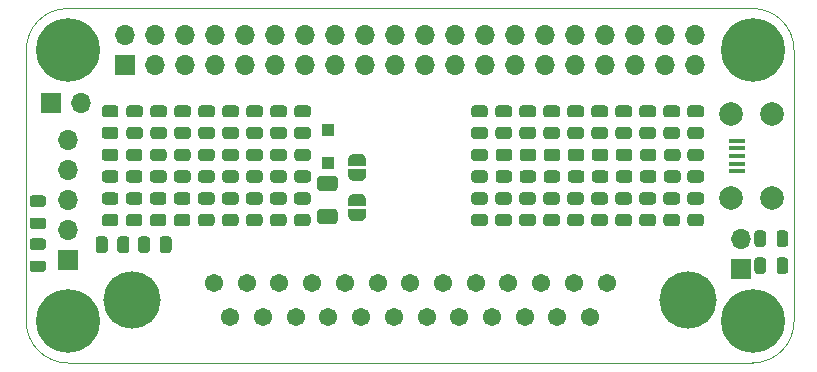
<source format=gbr>
%TF.GenerationSoftware,KiCad,Pcbnew,(5.1.9-16-g1737927814)-1*%
%TF.CreationDate,2021-11-14T21:42:26-06:00*%
%TF.ProjectId,rascsi_zero,72617363-7369-45f7-9a65-726f2e6b6963,rev?*%
%TF.SameCoordinates,PX59d60c0PY325aa00*%
%TF.FileFunction,Soldermask,Top*%
%TF.FilePolarity,Negative*%
%FSLAX46Y46*%
G04 Gerber Fmt 4.6, Leading zero omitted, Abs format (unit mm)*
G04 Created by KiCad (PCBNEW (5.1.9-16-g1737927814)-1) date 2021-11-14 21:42:26*
%MOMM*%
%LPD*%
G01*
G04 APERTURE LIST*
%TA.AperFunction,Profile*%
%ADD10C,0.050000*%
%TD*%
%ADD11C,2.000000*%
%ADD12R,1.400000X0.400000*%
%ADD13C,5.400000*%
%ADD14O,1.700000X1.700000*%
%ADD15R,1.700000X1.700000*%
%ADD16C,4.845000*%
%ADD17C,1.545000*%
%ADD18C,0.150000*%
%ADD19R,1.100000X1.100000*%
G04 APERTURE END LIST*
D10*
X83800000Y-19700000D02*
X141800000Y-19700000D01*
X83800000Y-19700000D02*
G75*
G02*
X80300000Y-16200000I0J3500000D01*
G01*
X145300000Y-16200000D02*
G75*
G02*
X141800000Y-19700000I-3500000J0D01*
G01*
X80300000Y6800000D02*
X80300000Y-16200000D01*
X145300000Y6800000D02*
X145300000Y-16200000D01*
X83800000Y10300000D02*
X141800000Y10300000D01*
X80300000Y6800000D02*
G75*
G02*
X83800000Y10300000I3500000J0D01*
G01*
X141800000Y10300000D02*
G75*
G02*
X145300000Y6800000I0J-3500000D01*
G01*
%TO.C,R14*%
G36*
G01*
X137425201Y1075280D02*
X136525199Y1075280D01*
G75*
G02*
X136275200Y1325279I0J249999D01*
G01*
X136275200Y1850281D01*
G75*
G02*
X136525199Y2100280I249999J0D01*
G01*
X137425201Y2100280D01*
G75*
G02*
X137675200Y1850281I0J-249999D01*
G01*
X137675200Y1325279D01*
G75*
G02*
X137425201Y1075280I-249999J0D01*
G01*
G37*
G36*
G01*
X137425201Y-749720D02*
X136525199Y-749720D01*
G75*
G02*
X136275200Y-499721I0J249999D01*
G01*
X136275200Y25281D01*
G75*
G02*
X136525199Y275280I249999J0D01*
G01*
X137425201Y275280D01*
G75*
G02*
X137675200Y25281I0J-249999D01*
G01*
X137675200Y-499721D01*
G75*
G02*
X137425201Y-749720I-249999J0D01*
G01*
G37*
%TD*%
D11*
%TO.C,J3*%
X139950000Y-5775000D03*
X139950000Y1375000D03*
X143400000Y1375000D03*
X143400000Y-5775000D03*
D12*
X140450000Y-900000D03*
X140450000Y-1550000D03*
X140450000Y-2200000D03*
X140450000Y-2850000D03*
X140450000Y-3500000D03*
%TD*%
D13*
%TO.C,H4*%
X141800000Y-16200000D03*
%TD*%
%TO.C,H3*%
X83800000Y-16200000D03*
%TD*%
%TO.C,H2*%
X141800000Y6800000D03*
%TD*%
%TO.C,H1*%
X83800000Y6800000D03*
%TD*%
D14*
%TO.C,J2*%
X140836000Y-9192000D03*
D15*
X140836000Y-11732000D03*
%TD*%
D14*
%TO.C,J1*%
X136930000Y8070000D03*
X136930000Y5530000D03*
X134390000Y8070000D03*
X134390000Y5530000D03*
X131850000Y8070000D03*
X131850000Y5530000D03*
X129310000Y8070000D03*
X129310000Y5530000D03*
X126770000Y8070000D03*
X126770000Y5530000D03*
X124230000Y8070000D03*
X124230000Y5530000D03*
X121690000Y8070000D03*
X121690000Y5530000D03*
X119150000Y8070000D03*
X119150000Y5530000D03*
X116610000Y8070000D03*
X116610000Y5530000D03*
X114070000Y8070000D03*
X114070000Y5530000D03*
X111530000Y8070000D03*
X111530000Y5530000D03*
X108990000Y8070000D03*
X108990000Y5530000D03*
X106450000Y8070000D03*
X106450000Y5530000D03*
X103910000Y8070000D03*
X103910000Y5530000D03*
X101370000Y8070000D03*
X101370000Y5530000D03*
X98830000Y8070000D03*
X98830000Y5530000D03*
X96290000Y8070000D03*
X96290000Y5530000D03*
X93750000Y8070000D03*
X93750000Y5530000D03*
X91210000Y8070000D03*
X91210000Y5530000D03*
X88670000Y8070000D03*
D15*
X88670000Y5530000D03*
%TD*%
%TO.C,R59*%
G36*
G01*
X118222223Y-7103560D02*
X119122225Y-7103560D01*
G75*
G02*
X119372224Y-7353559I0J-249999D01*
G01*
X119372224Y-7878561D01*
G75*
G02*
X119122225Y-8128560I-249999J0D01*
G01*
X118222223Y-8128560D01*
G75*
G02*
X117972224Y-7878561I0J249999D01*
G01*
X117972224Y-7353559D01*
G75*
G02*
X118222223Y-7103560I249999J0D01*
G01*
G37*
G36*
G01*
X118222223Y-5278560D02*
X119122225Y-5278560D01*
G75*
G02*
X119372224Y-5528559I0J-249999D01*
G01*
X119372224Y-6053561D01*
G75*
G02*
X119122225Y-6303560I-249999J0D01*
G01*
X118222223Y-6303560D01*
G75*
G02*
X117972224Y-6053561I0J249999D01*
G01*
X117972224Y-5528559D01*
G75*
G02*
X118222223Y-5278560I249999J0D01*
G01*
G37*
%TD*%
D16*
%TO.C,J6*%
X89286320Y-14371200D03*
X136326320Y-14371200D03*
D17*
X97571320Y-15791200D03*
X100341320Y-15791200D03*
X103111320Y-15791200D03*
X105881320Y-15791200D03*
X108651320Y-15791200D03*
X111421320Y-15791200D03*
X114191320Y-15791200D03*
X116961320Y-15791200D03*
X119731320Y-15791200D03*
X122501320Y-15791200D03*
X125271320Y-15791200D03*
X128041320Y-15791200D03*
X96186320Y-12951200D03*
X98956320Y-12951200D03*
X101726320Y-12951200D03*
X104496320Y-12951200D03*
X107266320Y-12951200D03*
X110036320Y-12951200D03*
X112806320Y-12951200D03*
X115576320Y-12951200D03*
X118346320Y-12951200D03*
X121116320Y-12951200D03*
X123886320Y-12951200D03*
X126656320Y-12951200D03*
X129426320Y-12951200D03*
%TD*%
D18*
%TO.C,JP2*%
G36*
X107560000Y-3000000D02*
G01*
X107560000Y-2500000D01*
X107560602Y-2500000D01*
X107560602Y-2475466D01*
X107565412Y-2426635D01*
X107574984Y-2378510D01*
X107589228Y-2331555D01*
X107608005Y-2286222D01*
X107631136Y-2242949D01*
X107658396Y-2202150D01*
X107689524Y-2164221D01*
X107724221Y-2129524D01*
X107762150Y-2098396D01*
X107802949Y-2071136D01*
X107846222Y-2048005D01*
X107891555Y-2029228D01*
X107938510Y-2014984D01*
X107986635Y-2005412D01*
X108035466Y-2000602D01*
X108060000Y-2000602D01*
X108060000Y-2000000D01*
X108560000Y-2000000D01*
X108560000Y-2000602D01*
X108584534Y-2000602D01*
X108633365Y-2005412D01*
X108681490Y-2014984D01*
X108728445Y-2029228D01*
X108773778Y-2048005D01*
X108817051Y-2071136D01*
X108857850Y-2098396D01*
X108895779Y-2129524D01*
X108930476Y-2164221D01*
X108961604Y-2202150D01*
X108988864Y-2242949D01*
X109011995Y-2286222D01*
X109030772Y-2331555D01*
X109045016Y-2378510D01*
X109054588Y-2426635D01*
X109059398Y-2475466D01*
X109059398Y-2500000D01*
X109060000Y-2500000D01*
X109060000Y-3000000D01*
X107560000Y-3000000D01*
G37*
G36*
X109059398Y-3800000D02*
G01*
X109059398Y-3824534D01*
X109054588Y-3873365D01*
X109045016Y-3921490D01*
X109030772Y-3968445D01*
X109011995Y-4013778D01*
X108988864Y-4057051D01*
X108961604Y-4097850D01*
X108930476Y-4135779D01*
X108895779Y-4170476D01*
X108857850Y-4201604D01*
X108817051Y-4228864D01*
X108773778Y-4251995D01*
X108728445Y-4270772D01*
X108681490Y-4285016D01*
X108633365Y-4294588D01*
X108584534Y-4299398D01*
X108560000Y-4299398D01*
X108560000Y-4300000D01*
X108060000Y-4300000D01*
X108060000Y-4299398D01*
X108035466Y-4299398D01*
X107986635Y-4294588D01*
X107938510Y-4285016D01*
X107891555Y-4270772D01*
X107846222Y-4251995D01*
X107802949Y-4228864D01*
X107762150Y-4201604D01*
X107724221Y-4170476D01*
X107689524Y-4135779D01*
X107658396Y-4097850D01*
X107631136Y-4057051D01*
X107608005Y-4013778D01*
X107589228Y-3968445D01*
X107574984Y-3921490D01*
X107565412Y-3873365D01*
X107560602Y-3824534D01*
X107560602Y-3800000D01*
X107560000Y-3800000D01*
X107560000Y-3300000D01*
X109060000Y-3300000D01*
X109060000Y-3800000D01*
X109059398Y-3800000D01*
G37*
%TD*%
%TO.C,JP1*%
G36*
X107560000Y-6400400D02*
G01*
X107560000Y-5900400D01*
X107560602Y-5900400D01*
X107560602Y-5875866D01*
X107565412Y-5827035D01*
X107574984Y-5778910D01*
X107589228Y-5731955D01*
X107608005Y-5686622D01*
X107631136Y-5643349D01*
X107658396Y-5602550D01*
X107689524Y-5564621D01*
X107724221Y-5529924D01*
X107762150Y-5498796D01*
X107802949Y-5471536D01*
X107846222Y-5448405D01*
X107891555Y-5429628D01*
X107938510Y-5415384D01*
X107986635Y-5405812D01*
X108035466Y-5401002D01*
X108060000Y-5401002D01*
X108060000Y-5400400D01*
X108560000Y-5400400D01*
X108560000Y-5401002D01*
X108584534Y-5401002D01*
X108633365Y-5405812D01*
X108681490Y-5415384D01*
X108728445Y-5429628D01*
X108773778Y-5448405D01*
X108817051Y-5471536D01*
X108857850Y-5498796D01*
X108895779Y-5529924D01*
X108930476Y-5564621D01*
X108961604Y-5602550D01*
X108988864Y-5643349D01*
X109011995Y-5686622D01*
X109030772Y-5731955D01*
X109045016Y-5778910D01*
X109054588Y-5827035D01*
X109059398Y-5875866D01*
X109059398Y-5900400D01*
X109060000Y-5900400D01*
X109060000Y-6400400D01*
X107560000Y-6400400D01*
G37*
G36*
X109059398Y-7200400D02*
G01*
X109059398Y-7224934D01*
X109054588Y-7273765D01*
X109045016Y-7321890D01*
X109030772Y-7368845D01*
X109011995Y-7414178D01*
X108988864Y-7457451D01*
X108961604Y-7498250D01*
X108930476Y-7536179D01*
X108895779Y-7570876D01*
X108857850Y-7602004D01*
X108817051Y-7629264D01*
X108773778Y-7652395D01*
X108728445Y-7671172D01*
X108681490Y-7685416D01*
X108633365Y-7694988D01*
X108584534Y-7699798D01*
X108560000Y-7699798D01*
X108560000Y-7700400D01*
X108060000Y-7700400D01*
X108060000Y-7699798D01*
X108035466Y-7699798D01*
X107986635Y-7694988D01*
X107938510Y-7685416D01*
X107891555Y-7671172D01*
X107846222Y-7652395D01*
X107802949Y-7629264D01*
X107762150Y-7602004D01*
X107724221Y-7570876D01*
X107689524Y-7536179D01*
X107658396Y-7498250D01*
X107631136Y-7457451D01*
X107608005Y-7414178D01*
X107589228Y-7368845D01*
X107574984Y-7321890D01*
X107565412Y-7273765D01*
X107560602Y-7224934D01*
X107560602Y-7200400D01*
X107560000Y-7200400D01*
X107560000Y-6700400D01*
X109060000Y-6700400D01*
X109060000Y-7200400D01*
X109059398Y-7200400D01*
G37*
%TD*%
%TO.C,R58*%
G36*
G01*
X120285279Y-3414140D02*
X121185281Y-3414140D01*
G75*
G02*
X121435280Y-3664139I0J-249999D01*
G01*
X121435280Y-4189141D01*
G75*
G02*
X121185281Y-4439140I-249999J0D01*
G01*
X120285279Y-4439140D01*
G75*
G02*
X120035280Y-4189141I0J249999D01*
G01*
X120035280Y-3664139D01*
G75*
G02*
X120285279Y-3414140I249999J0D01*
G01*
G37*
G36*
G01*
X120285279Y-1589140D02*
X121185281Y-1589140D01*
G75*
G02*
X121435280Y-1839139I0J-249999D01*
G01*
X121435280Y-2364141D01*
G75*
G02*
X121185281Y-2614140I-249999J0D01*
G01*
X120285279Y-2614140D01*
G75*
G02*
X120035280Y-2364141I0J249999D01*
G01*
X120035280Y-1839139D01*
G75*
G02*
X120285279Y-1589140I249999J0D01*
G01*
G37*
%TD*%
%TO.C,R57*%
G36*
G01*
X122322209Y-3414140D02*
X123222211Y-3414140D01*
G75*
G02*
X123472210Y-3664139I0J-249999D01*
G01*
X123472210Y-4189141D01*
G75*
G02*
X123222211Y-4439140I-249999J0D01*
G01*
X122322209Y-4439140D01*
G75*
G02*
X122072210Y-4189141I0J249999D01*
G01*
X122072210Y-3664139D01*
G75*
G02*
X122322209Y-3414140I249999J0D01*
G01*
G37*
G36*
G01*
X122322209Y-1589140D02*
X123222211Y-1589140D01*
G75*
G02*
X123472210Y-1839139I0J-249999D01*
G01*
X123472210Y-2364141D01*
G75*
G02*
X123222211Y-2614140I-249999J0D01*
G01*
X122322209Y-2614140D01*
G75*
G02*
X122072210Y-2364141I0J249999D01*
G01*
X122072210Y-1839139D01*
G75*
G02*
X122322209Y-1589140I249999J0D01*
G01*
G37*
%TD*%
%TO.C,R56*%
G36*
G01*
X124359139Y-3414140D02*
X125259141Y-3414140D01*
G75*
G02*
X125509140Y-3664139I0J-249999D01*
G01*
X125509140Y-4189141D01*
G75*
G02*
X125259141Y-4439140I-249999J0D01*
G01*
X124359139Y-4439140D01*
G75*
G02*
X124109140Y-4189141I0J249999D01*
G01*
X124109140Y-3664139D01*
G75*
G02*
X124359139Y-3414140I249999J0D01*
G01*
G37*
G36*
G01*
X124359139Y-1589140D02*
X125259141Y-1589140D01*
G75*
G02*
X125509140Y-1839139I0J-249999D01*
G01*
X125509140Y-2364141D01*
G75*
G02*
X125259141Y-2614140I-249999J0D01*
G01*
X124359139Y-2614140D01*
G75*
G02*
X124109140Y-2364141I0J249999D01*
G01*
X124109140Y-1839139D01*
G75*
G02*
X124359139Y-1589140I249999J0D01*
G01*
G37*
%TD*%
%TO.C,R55*%
G36*
G01*
X126396069Y-3414140D02*
X127296071Y-3414140D01*
G75*
G02*
X127546070Y-3664139I0J-249999D01*
G01*
X127546070Y-4189141D01*
G75*
G02*
X127296071Y-4439140I-249999J0D01*
G01*
X126396069Y-4439140D01*
G75*
G02*
X126146070Y-4189141I0J249999D01*
G01*
X126146070Y-3664139D01*
G75*
G02*
X126396069Y-3414140I249999J0D01*
G01*
G37*
G36*
G01*
X126396069Y-1589140D02*
X127296071Y-1589140D01*
G75*
G02*
X127546070Y-1839139I0J-249999D01*
G01*
X127546070Y-2364141D01*
G75*
G02*
X127296071Y-2614140I-249999J0D01*
G01*
X126396069Y-2614140D01*
G75*
G02*
X126146070Y-2364141I0J249999D01*
G01*
X126146070Y-1839139D01*
G75*
G02*
X126396069Y-1589140I249999J0D01*
G01*
G37*
%TD*%
%TO.C,R54*%
G36*
G01*
X128432999Y-3414140D02*
X129333001Y-3414140D01*
G75*
G02*
X129583000Y-3664139I0J-249999D01*
G01*
X129583000Y-4189141D01*
G75*
G02*
X129333001Y-4439140I-249999J0D01*
G01*
X128432999Y-4439140D01*
G75*
G02*
X128183000Y-4189141I0J249999D01*
G01*
X128183000Y-3664139D01*
G75*
G02*
X128432999Y-3414140I249999J0D01*
G01*
G37*
G36*
G01*
X128432999Y-1589140D02*
X129333001Y-1589140D01*
G75*
G02*
X129583000Y-1839139I0J-249999D01*
G01*
X129583000Y-2364141D01*
G75*
G02*
X129333001Y-2614140I-249999J0D01*
G01*
X128432999Y-2614140D01*
G75*
G02*
X128183000Y-2364141I0J249999D01*
G01*
X128183000Y-1839139D01*
G75*
G02*
X128432999Y-1589140I249999J0D01*
G01*
G37*
%TD*%
%TO.C,R53*%
G36*
G01*
X130469929Y-3414140D02*
X131369931Y-3414140D01*
G75*
G02*
X131619930Y-3664139I0J-249999D01*
G01*
X131619930Y-4189141D01*
G75*
G02*
X131369931Y-4439140I-249999J0D01*
G01*
X130469929Y-4439140D01*
G75*
G02*
X130219930Y-4189141I0J249999D01*
G01*
X130219930Y-3664139D01*
G75*
G02*
X130469929Y-3414140I249999J0D01*
G01*
G37*
G36*
G01*
X130469929Y-1589140D02*
X131369931Y-1589140D01*
G75*
G02*
X131619930Y-1839139I0J-249999D01*
G01*
X131619930Y-2364141D01*
G75*
G02*
X131369931Y-2614140I-249999J0D01*
G01*
X130469929Y-2614140D01*
G75*
G02*
X130219930Y-2364141I0J249999D01*
G01*
X130219930Y-1839139D01*
G75*
G02*
X130469929Y-1589140I249999J0D01*
G01*
G37*
%TD*%
%TO.C,R52*%
G36*
G01*
X132506859Y-3414140D02*
X133406861Y-3414140D01*
G75*
G02*
X133656860Y-3664139I0J-249999D01*
G01*
X133656860Y-4189141D01*
G75*
G02*
X133406861Y-4439140I-249999J0D01*
G01*
X132506859Y-4439140D01*
G75*
G02*
X132256860Y-4189141I0J249999D01*
G01*
X132256860Y-3664139D01*
G75*
G02*
X132506859Y-3414140I249999J0D01*
G01*
G37*
G36*
G01*
X132506859Y-1589140D02*
X133406861Y-1589140D01*
G75*
G02*
X133656860Y-1839139I0J-249999D01*
G01*
X133656860Y-2364141D01*
G75*
G02*
X133406861Y-2614140I-249999J0D01*
G01*
X132506859Y-2614140D01*
G75*
G02*
X132256860Y-2364141I0J249999D01*
G01*
X132256860Y-1839139D01*
G75*
G02*
X132506859Y-1589140I249999J0D01*
G01*
G37*
%TD*%
%TO.C,R51*%
G36*
G01*
X134543789Y-3414140D02*
X135443791Y-3414140D01*
G75*
G02*
X135693790Y-3664139I0J-249999D01*
G01*
X135693790Y-4189141D01*
G75*
G02*
X135443791Y-4439140I-249999J0D01*
G01*
X134543789Y-4439140D01*
G75*
G02*
X134293790Y-4189141I0J249999D01*
G01*
X134293790Y-3664139D01*
G75*
G02*
X134543789Y-3414140I249999J0D01*
G01*
G37*
G36*
G01*
X134543789Y-1589140D02*
X135443791Y-1589140D01*
G75*
G02*
X135693790Y-1839139I0J-249999D01*
G01*
X135693790Y-2364141D01*
G75*
G02*
X135443791Y-2614140I-249999J0D01*
G01*
X134543789Y-2614140D01*
G75*
G02*
X134293790Y-2364141I0J249999D01*
G01*
X134293790Y-1839139D01*
G75*
G02*
X134543789Y-1589140I249999J0D01*
G01*
G37*
%TD*%
%TO.C,R50*%
G36*
G01*
X136525199Y-3414140D02*
X137425201Y-3414140D01*
G75*
G02*
X137675200Y-3664139I0J-249999D01*
G01*
X137675200Y-4189141D01*
G75*
G02*
X137425201Y-4439140I-249999J0D01*
G01*
X136525199Y-4439140D01*
G75*
G02*
X136275200Y-4189141I0J249999D01*
G01*
X136275200Y-3664139D01*
G75*
G02*
X136525199Y-3414140I249999J0D01*
G01*
G37*
G36*
G01*
X136525199Y-1589140D02*
X137425201Y-1589140D01*
G75*
G02*
X137675200Y-1839139I0J-249999D01*
G01*
X137675200Y-2364141D01*
G75*
G02*
X137425201Y-2614140I-249999J0D01*
G01*
X136525199Y-2614140D01*
G75*
G02*
X136275200Y-2364141I0J249999D01*
G01*
X136275200Y-1839139D01*
G75*
G02*
X136525199Y-1589140I249999J0D01*
G01*
G37*
%TD*%
%TO.C,R49*%
G36*
G01*
X95099389Y-3414140D02*
X95999391Y-3414140D01*
G75*
G02*
X96249390Y-3664139I0J-249999D01*
G01*
X96249390Y-4189141D01*
G75*
G02*
X95999391Y-4439140I-249999J0D01*
G01*
X95099389Y-4439140D01*
G75*
G02*
X94849390Y-4189141I0J249999D01*
G01*
X94849390Y-3664139D01*
G75*
G02*
X95099389Y-3414140I249999J0D01*
G01*
G37*
G36*
G01*
X95099389Y-1589140D02*
X95999391Y-1589140D01*
G75*
G02*
X96249390Y-1839139I0J-249999D01*
G01*
X96249390Y-2364141D01*
G75*
G02*
X95999391Y-2614140I-249999J0D01*
G01*
X95099389Y-2614140D01*
G75*
G02*
X94849390Y-2364141I0J249999D01*
G01*
X94849390Y-1839139D01*
G75*
G02*
X95099389Y-1589140I249999J0D01*
G01*
G37*
%TD*%
%TO.C,R48*%
G36*
G01*
X97136319Y-3414140D02*
X98036321Y-3414140D01*
G75*
G02*
X98286320Y-3664139I0J-249999D01*
G01*
X98286320Y-4189141D01*
G75*
G02*
X98036321Y-4439140I-249999J0D01*
G01*
X97136319Y-4439140D01*
G75*
G02*
X96886320Y-4189141I0J249999D01*
G01*
X96886320Y-3664139D01*
G75*
G02*
X97136319Y-3414140I249999J0D01*
G01*
G37*
G36*
G01*
X97136319Y-1589140D02*
X98036321Y-1589140D01*
G75*
G02*
X98286320Y-1839139I0J-249999D01*
G01*
X98286320Y-2364141D01*
G75*
G02*
X98036321Y-2614140I-249999J0D01*
G01*
X97136319Y-2614140D01*
G75*
G02*
X96886320Y-2364141I0J249999D01*
G01*
X96886320Y-1839139D01*
G75*
G02*
X97136319Y-1589140I249999J0D01*
G01*
G37*
%TD*%
%TO.C,R47*%
G36*
G01*
X99173249Y-3414140D02*
X100073251Y-3414140D01*
G75*
G02*
X100323250Y-3664139I0J-249999D01*
G01*
X100323250Y-4189141D01*
G75*
G02*
X100073251Y-4439140I-249999J0D01*
G01*
X99173249Y-4439140D01*
G75*
G02*
X98923250Y-4189141I0J249999D01*
G01*
X98923250Y-3664139D01*
G75*
G02*
X99173249Y-3414140I249999J0D01*
G01*
G37*
G36*
G01*
X99173249Y-1589140D02*
X100073251Y-1589140D01*
G75*
G02*
X100323250Y-1839139I0J-249999D01*
G01*
X100323250Y-2364141D01*
G75*
G02*
X100073251Y-2614140I-249999J0D01*
G01*
X99173249Y-2614140D01*
G75*
G02*
X98923250Y-2364141I0J249999D01*
G01*
X98923250Y-1839139D01*
G75*
G02*
X99173249Y-1589140I249999J0D01*
G01*
G37*
%TD*%
%TO.C,R46*%
G36*
G01*
X101210179Y-3414140D02*
X102110181Y-3414140D01*
G75*
G02*
X102360180Y-3664139I0J-249999D01*
G01*
X102360180Y-4189141D01*
G75*
G02*
X102110181Y-4439140I-249999J0D01*
G01*
X101210179Y-4439140D01*
G75*
G02*
X100960180Y-4189141I0J249999D01*
G01*
X100960180Y-3664139D01*
G75*
G02*
X101210179Y-3414140I249999J0D01*
G01*
G37*
G36*
G01*
X101210179Y-1589140D02*
X102110181Y-1589140D01*
G75*
G02*
X102360180Y-1839139I0J-249999D01*
G01*
X102360180Y-2364141D01*
G75*
G02*
X102110181Y-2614140I-249999J0D01*
G01*
X101210179Y-2614140D01*
G75*
G02*
X100960180Y-2364141I0J249999D01*
G01*
X100960180Y-1839139D01*
G75*
G02*
X101210179Y-1589140I249999J0D01*
G01*
G37*
%TD*%
%TO.C,R45*%
G36*
G01*
X103247109Y-3414140D02*
X104147111Y-3414140D01*
G75*
G02*
X104397110Y-3664139I0J-249999D01*
G01*
X104397110Y-4189141D01*
G75*
G02*
X104147111Y-4439140I-249999J0D01*
G01*
X103247109Y-4439140D01*
G75*
G02*
X102997110Y-4189141I0J249999D01*
G01*
X102997110Y-3664139D01*
G75*
G02*
X103247109Y-3414140I249999J0D01*
G01*
G37*
G36*
G01*
X103247109Y-1589140D02*
X104147111Y-1589140D01*
G75*
G02*
X104397110Y-1839139I0J-249999D01*
G01*
X104397110Y-2364141D01*
G75*
G02*
X104147111Y-2614140I-249999J0D01*
G01*
X103247109Y-2614140D01*
G75*
G02*
X102997110Y-2364141I0J249999D01*
G01*
X102997110Y-1839139D01*
G75*
G02*
X103247109Y-1589140I249999J0D01*
G01*
G37*
%TD*%
%TO.C,R44*%
G36*
G01*
X86951659Y-3414140D02*
X87851661Y-3414140D01*
G75*
G02*
X88101660Y-3664139I0J-249999D01*
G01*
X88101660Y-4189141D01*
G75*
G02*
X87851661Y-4439140I-249999J0D01*
G01*
X86951659Y-4439140D01*
G75*
G02*
X86701660Y-4189141I0J249999D01*
G01*
X86701660Y-3664139D01*
G75*
G02*
X86951659Y-3414140I249999J0D01*
G01*
G37*
G36*
G01*
X86951659Y-1589140D02*
X87851661Y-1589140D01*
G75*
G02*
X88101660Y-1839139I0J-249999D01*
G01*
X88101660Y-2364141D01*
G75*
G02*
X87851661Y-2614140I-249999J0D01*
G01*
X86951659Y-2614140D01*
G75*
G02*
X86701660Y-2364141I0J249999D01*
G01*
X86701660Y-1839139D01*
G75*
G02*
X86951659Y-1589140I249999J0D01*
G01*
G37*
%TD*%
%TO.C,R43*%
G36*
G01*
X88988599Y-3414140D02*
X89888601Y-3414140D01*
G75*
G02*
X90138600Y-3664139I0J-249999D01*
G01*
X90138600Y-4189141D01*
G75*
G02*
X89888601Y-4439140I-249999J0D01*
G01*
X88988599Y-4439140D01*
G75*
G02*
X88738600Y-4189141I0J249999D01*
G01*
X88738600Y-3664139D01*
G75*
G02*
X88988599Y-3414140I249999J0D01*
G01*
G37*
G36*
G01*
X88988599Y-1589140D02*
X89888601Y-1589140D01*
G75*
G02*
X90138600Y-1839139I0J-249999D01*
G01*
X90138600Y-2364141D01*
G75*
G02*
X89888601Y-2614140I-249999J0D01*
G01*
X88988599Y-2614140D01*
G75*
G02*
X88738600Y-2364141I0J249999D01*
G01*
X88738600Y-1839139D01*
G75*
G02*
X88988599Y-1589140I249999J0D01*
G01*
G37*
%TD*%
%TO.C,R42*%
G36*
G01*
X91025529Y-3414140D02*
X91925531Y-3414140D01*
G75*
G02*
X92175530Y-3664139I0J-249999D01*
G01*
X92175530Y-4189141D01*
G75*
G02*
X91925531Y-4439140I-249999J0D01*
G01*
X91025529Y-4439140D01*
G75*
G02*
X90775530Y-4189141I0J249999D01*
G01*
X90775530Y-3664139D01*
G75*
G02*
X91025529Y-3414140I249999J0D01*
G01*
G37*
G36*
G01*
X91025529Y-1589140D02*
X91925531Y-1589140D01*
G75*
G02*
X92175530Y-1839139I0J-249999D01*
G01*
X92175530Y-2364141D01*
G75*
G02*
X91925531Y-2614140I-249999J0D01*
G01*
X91025529Y-2614140D01*
G75*
G02*
X90775530Y-2364141I0J249999D01*
G01*
X90775530Y-1839139D01*
G75*
G02*
X91025529Y-1589140I249999J0D01*
G01*
G37*
%TD*%
%TO.C,R41*%
G36*
G01*
X93062459Y-3414140D02*
X93962461Y-3414140D01*
G75*
G02*
X94212460Y-3664139I0J-249999D01*
G01*
X94212460Y-4189141D01*
G75*
G02*
X93962461Y-4439140I-249999J0D01*
G01*
X93062459Y-4439140D01*
G75*
G02*
X92812460Y-4189141I0J249999D01*
G01*
X92812460Y-3664139D01*
G75*
G02*
X93062459Y-3414140I249999J0D01*
G01*
G37*
G36*
G01*
X93062459Y-1589140D02*
X93962461Y-1589140D01*
G75*
G02*
X94212460Y-1839139I0J-249999D01*
G01*
X94212460Y-2364141D01*
G75*
G02*
X93962461Y-2614140I-249999J0D01*
G01*
X93062459Y-2614140D01*
G75*
G02*
X92812460Y-2364141I0J249999D01*
G01*
X92812460Y-1839139D01*
G75*
G02*
X93062459Y-1589140I249999J0D01*
G01*
G37*
%TD*%
%TO.C,R40*%
G36*
G01*
X121155889Y-6303560D02*
X120255887Y-6303560D01*
G75*
G02*
X120005888Y-6053561I0J249999D01*
G01*
X120005888Y-5528559D01*
G75*
G02*
X120255887Y-5278560I249999J0D01*
G01*
X121155889Y-5278560D01*
G75*
G02*
X121405888Y-5528559I0J-249999D01*
G01*
X121405888Y-6053561D01*
G75*
G02*
X121155889Y-6303560I-249999J0D01*
G01*
G37*
G36*
G01*
X121155889Y-8128560D02*
X120255887Y-8128560D01*
G75*
G02*
X120005888Y-7878561I0J249999D01*
G01*
X120005888Y-7353559D01*
G75*
G02*
X120255887Y-7103560I249999J0D01*
G01*
X121155889Y-7103560D01*
G75*
G02*
X121405888Y-7353559I0J-249999D01*
G01*
X121405888Y-7878561D01*
G75*
G02*
X121155889Y-8128560I-249999J0D01*
G01*
G37*
%TD*%
%TO.C,R39*%
G36*
G01*
X123189553Y-6303560D02*
X122289551Y-6303560D01*
G75*
G02*
X122039552Y-6053561I0J249999D01*
G01*
X122039552Y-5528559D01*
G75*
G02*
X122289551Y-5278560I249999J0D01*
G01*
X123189553Y-5278560D01*
G75*
G02*
X123439552Y-5528559I0J-249999D01*
G01*
X123439552Y-6053561D01*
G75*
G02*
X123189553Y-6303560I-249999J0D01*
G01*
G37*
G36*
G01*
X123189553Y-8128560D02*
X122289551Y-8128560D01*
G75*
G02*
X122039552Y-7878561I0J249999D01*
G01*
X122039552Y-7353559D01*
G75*
G02*
X122289551Y-7103560I249999J0D01*
G01*
X123189553Y-7103560D01*
G75*
G02*
X123439552Y-7353559I0J-249999D01*
G01*
X123439552Y-7878561D01*
G75*
G02*
X123189553Y-8128560I-249999J0D01*
G01*
G37*
%TD*%
%TO.C,R38*%
G36*
G01*
X125223217Y-6303560D02*
X124323215Y-6303560D01*
G75*
G02*
X124073216Y-6053561I0J249999D01*
G01*
X124073216Y-5528559D01*
G75*
G02*
X124323215Y-5278560I249999J0D01*
G01*
X125223217Y-5278560D01*
G75*
G02*
X125473216Y-5528559I0J-249999D01*
G01*
X125473216Y-6053561D01*
G75*
G02*
X125223217Y-6303560I-249999J0D01*
G01*
G37*
G36*
G01*
X125223217Y-8128560D02*
X124323215Y-8128560D01*
G75*
G02*
X124073216Y-7878561I0J249999D01*
G01*
X124073216Y-7353559D01*
G75*
G02*
X124323215Y-7103560I249999J0D01*
G01*
X125223217Y-7103560D01*
G75*
G02*
X125473216Y-7353559I0J-249999D01*
G01*
X125473216Y-7878561D01*
G75*
G02*
X125223217Y-8128560I-249999J0D01*
G01*
G37*
%TD*%
%TO.C,R37*%
G36*
G01*
X127256881Y-6303560D02*
X126356879Y-6303560D01*
G75*
G02*
X126106880Y-6053561I0J249999D01*
G01*
X126106880Y-5528559D01*
G75*
G02*
X126356879Y-5278560I249999J0D01*
G01*
X127256881Y-5278560D01*
G75*
G02*
X127506880Y-5528559I0J-249999D01*
G01*
X127506880Y-6053561D01*
G75*
G02*
X127256881Y-6303560I-249999J0D01*
G01*
G37*
G36*
G01*
X127256881Y-8128560D02*
X126356879Y-8128560D01*
G75*
G02*
X126106880Y-7878561I0J249999D01*
G01*
X126106880Y-7353559D01*
G75*
G02*
X126356879Y-7103560I249999J0D01*
G01*
X127256881Y-7103560D01*
G75*
G02*
X127506880Y-7353559I0J-249999D01*
G01*
X127506880Y-7878561D01*
G75*
G02*
X127256881Y-8128560I-249999J0D01*
G01*
G37*
%TD*%
%TO.C,R36*%
G36*
G01*
X129290545Y-6303560D02*
X128390543Y-6303560D01*
G75*
G02*
X128140544Y-6053561I0J249999D01*
G01*
X128140544Y-5528559D01*
G75*
G02*
X128390543Y-5278560I249999J0D01*
G01*
X129290545Y-5278560D01*
G75*
G02*
X129540544Y-5528559I0J-249999D01*
G01*
X129540544Y-6053561D01*
G75*
G02*
X129290545Y-6303560I-249999J0D01*
G01*
G37*
G36*
G01*
X129290545Y-8128560D02*
X128390543Y-8128560D01*
G75*
G02*
X128140544Y-7878561I0J249999D01*
G01*
X128140544Y-7353559D01*
G75*
G02*
X128390543Y-7103560I249999J0D01*
G01*
X129290545Y-7103560D01*
G75*
G02*
X129540544Y-7353559I0J-249999D01*
G01*
X129540544Y-7878561D01*
G75*
G02*
X129290545Y-8128560I-249999J0D01*
G01*
G37*
%TD*%
%TO.C,R35*%
G36*
G01*
X131324209Y-6303560D02*
X130424207Y-6303560D01*
G75*
G02*
X130174208Y-6053561I0J249999D01*
G01*
X130174208Y-5528559D01*
G75*
G02*
X130424207Y-5278560I249999J0D01*
G01*
X131324209Y-5278560D01*
G75*
G02*
X131574208Y-5528559I0J-249999D01*
G01*
X131574208Y-6053561D01*
G75*
G02*
X131324209Y-6303560I-249999J0D01*
G01*
G37*
G36*
G01*
X131324209Y-8128560D02*
X130424207Y-8128560D01*
G75*
G02*
X130174208Y-7878561I0J249999D01*
G01*
X130174208Y-7353559D01*
G75*
G02*
X130424207Y-7103560I249999J0D01*
G01*
X131324209Y-7103560D01*
G75*
G02*
X131574208Y-7353559I0J-249999D01*
G01*
X131574208Y-7878561D01*
G75*
G02*
X131324209Y-8128560I-249999J0D01*
G01*
G37*
%TD*%
%TO.C,R34*%
G36*
G01*
X133357873Y-6303560D02*
X132457871Y-6303560D01*
G75*
G02*
X132207872Y-6053561I0J249999D01*
G01*
X132207872Y-5528559D01*
G75*
G02*
X132457871Y-5278560I249999J0D01*
G01*
X133357873Y-5278560D01*
G75*
G02*
X133607872Y-5528559I0J-249999D01*
G01*
X133607872Y-6053561D01*
G75*
G02*
X133357873Y-6303560I-249999J0D01*
G01*
G37*
G36*
G01*
X133357873Y-8128560D02*
X132457871Y-8128560D01*
G75*
G02*
X132207872Y-7878561I0J249999D01*
G01*
X132207872Y-7353559D01*
G75*
G02*
X132457871Y-7103560I249999J0D01*
G01*
X133357873Y-7103560D01*
G75*
G02*
X133607872Y-7353559I0J-249999D01*
G01*
X133607872Y-7878561D01*
G75*
G02*
X133357873Y-8128560I-249999J0D01*
G01*
G37*
%TD*%
%TO.C,R33*%
G36*
G01*
X135391537Y-6303560D02*
X134491535Y-6303560D01*
G75*
G02*
X134241536Y-6053561I0J249999D01*
G01*
X134241536Y-5528559D01*
G75*
G02*
X134491535Y-5278560I249999J0D01*
G01*
X135391537Y-5278560D01*
G75*
G02*
X135641536Y-5528559I0J-249999D01*
G01*
X135641536Y-6053561D01*
G75*
G02*
X135391537Y-6303560I-249999J0D01*
G01*
G37*
G36*
G01*
X135391537Y-8128560D02*
X134491535Y-8128560D01*
G75*
G02*
X134241536Y-7878561I0J249999D01*
G01*
X134241536Y-7353559D01*
G75*
G02*
X134491535Y-7103560I249999J0D01*
G01*
X135391537Y-7103560D01*
G75*
G02*
X135641536Y-7353559I0J-249999D01*
G01*
X135641536Y-7878561D01*
G75*
G02*
X135391537Y-8128560I-249999J0D01*
G01*
G37*
%TD*%
%TO.C,R32*%
G36*
G01*
X137425201Y-6303560D02*
X136525199Y-6303560D01*
G75*
G02*
X136275200Y-6053561I0J249999D01*
G01*
X136275200Y-5528559D01*
G75*
G02*
X136525199Y-5278560I249999J0D01*
G01*
X137425201Y-5278560D01*
G75*
G02*
X137675200Y-5528559I0J-249999D01*
G01*
X137675200Y-6053561D01*
G75*
G02*
X137425201Y-6303560I-249999J0D01*
G01*
G37*
G36*
G01*
X137425201Y-8128560D02*
X136525199Y-8128560D01*
G75*
G02*
X136275200Y-7878561I0J249999D01*
G01*
X136275200Y-7353559D01*
G75*
G02*
X136525199Y-7103560I249999J0D01*
G01*
X137425201Y-7103560D01*
G75*
G02*
X137675200Y-7353559I0J-249999D01*
G01*
X137675200Y-7878561D01*
G75*
G02*
X137425201Y-8128560I-249999J0D01*
G01*
G37*
%TD*%
%TO.C,R31*%
G36*
G01*
X95986329Y-6303560D02*
X95086327Y-6303560D01*
G75*
G02*
X94836328Y-6053561I0J249999D01*
G01*
X94836328Y-5528559D01*
G75*
G02*
X95086327Y-5278560I249999J0D01*
G01*
X95986329Y-5278560D01*
G75*
G02*
X96236328Y-5528559I0J-249999D01*
G01*
X96236328Y-6053561D01*
G75*
G02*
X95986329Y-6303560I-249999J0D01*
G01*
G37*
G36*
G01*
X95986329Y-8128560D02*
X95086327Y-8128560D01*
G75*
G02*
X94836328Y-7878561I0J249999D01*
G01*
X94836328Y-7353559D01*
G75*
G02*
X95086327Y-7103560I249999J0D01*
G01*
X95986329Y-7103560D01*
G75*
G02*
X96236328Y-7353559I0J-249999D01*
G01*
X96236328Y-7878561D01*
G75*
G02*
X95986329Y-8128560I-249999J0D01*
G01*
G37*
%TD*%
%TO.C,R30*%
G36*
G01*
X98019993Y-6303560D02*
X97119991Y-6303560D01*
G75*
G02*
X96869992Y-6053561I0J249999D01*
G01*
X96869992Y-5528559D01*
G75*
G02*
X97119991Y-5278560I249999J0D01*
G01*
X98019993Y-5278560D01*
G75*
G02*
X98269992Y-5528559I0J-249999D01*
G01*
X98269992Y-6053561D01*
G75*
G02*
X98019993Y-6303560I-249999J0D01*
G01*
G37*
G36*
G01*
X98019993Y-8128560D02*
X97119991Y-8128560D01*
G75*
G02*
X96869992Y-7878561I0J249999D01*
G01*
X96869992Y-7353559D01*
G75*
G02*
X97119991Y-7103560I249999J0D01*
G01*
X98019993Y-7103560D01*
G75*
G02*
X98269992Y-7353559I0J-249999D01*
G01*
X98269992Y-7878561D01*
G75*
G02*
X98019993Y-8128560I-249999J0D01*
G01*
G37*
%TD*%
%TO.C,R29*%
G36*
G01*
X100053657Y-6303560D02*
X99153655Y-6303560D01*
G75*
G02*
X98903656Y-6053561I0J249999D01*
G01*
X98903656Y-5528559D01*
G75*
G02*
X99153655Y-5278560I249999J0D01*
G01*
X100053657Y-5278560D01*
G75*
G02*
X100303656Y-5528559I0J-249999D01*
G01*
X100303656Y-6053561D01*
G75*
G02*
X100053657Y-6303560I-249999J0D01*
G01*
G37*
G36*
G01*
X100053657Y-8128560D02*
X99153655Y-8128560D01*
G75*
G02*
X98903656Y-7878561I0J249999D01*
G01*
X98903656Y-7353559D01*
G75*
G02*
X99153655Y-7103560I249999J0D01*
G01*
X100053657Y-7103560D01*
G75*
G02*
X100303656Y-7353559I0J-249999D01*
G01*
X100303656Y-7878561D01*
G75*
G02*
X100053657Y-8128560I-249999J0D01*
G01*
G37*
%TD*%
%TO.C,R28*%
G36*
G01*
X102087321Y-6303560D02*
X101187319Y-6303560D01*
G75*
G02*
X100937320Y-6053561I0J249999D01*
G01*
X100937320Y-5528559D01*
G75*
G02*
X101187319Y-5278560I249999J0D01*
G01*
X102087321Y-5278560D01*
G75*
G02*
X102337320Y-5528559I0J-249999D01*
G01*
X102337320Y-6053561D01*
G75*
G02*
X102087321Y-6303560I-249999J0D01*
G01*
G37*
G36*
G01*
X102087321Y-8128560D02*
X101187319Y-8128560D01*
G75*
G02*
X100937320Y-7878561I0J249999D01*
G01*
X100937320Y-7353559D01*
G75*
G02*
X101187319Y-7103560I249999J0D01*
G01*
X102087321Y-7103560D01*
G75*
G02*
X102337320Y-7353559I0J-249999D01*
G01*
X102337320Y-7878561D01*
G75*
G02*
X102087321Y-8128560I-249999J0D01*
G01*
G37*
%TD*%
%TO.C,R27*%
G36*
G01*
X104120985Y-6303560D02*
X103220983Y-6303560D01*
G75*
G02*
X102970984Y-6053561I0J249999D01*
G01*
X102970984Y-5528559D01*
G75*
G02*
X103220983Y-5278560I249999J0D01*
G01*
X104120985Y-5278560D01*
G75*
G02*
X104370984Y-5528559I0J-249999D01*
G01*
X104370984Y-6053561D01*
G75*
G02*
X104120985Y-6303560I-249999J0D01*
G01*
G37*
G36*
G01*
X104120985Y-8128560D02*
X103220983Y-8128560D01*
G75*
G02*
X102970984Y-7878561I0J249999D01*
G01*
X102970984Y-7353559D01*
G75*
G02*
X103220983Y-7103560I249999J0D01*
G01*
X104120985Y-7103560D01*
G75*
G02*
X104370984Y-7353559I0J-249999D01*
G01*
X104370984Y-7878561D01*
G75*
G02*
X104120985Y-8128560I-249999J0D01*
G01*
G37*
%TD*%
%TO.C,R26*%
G36*
G01*
X87851661Y-6303560D02*
X86951659Y-6303560D01*
G75*
G02*
X86701660Y-6053561I0J249999D01*
G01*
X86701660Y-5528559D01*
G75*
G02*
X86951659Y-5278560I249999J0D01*
G01*
X87851661Y-5278560D01*
G75*
G02*
X88101660Y-5528559I0J-249999D01*
G01*
X88101660Y-6053561D01*
G75*
G02*
X87851661Y-6303560I-249999J0D01*
G01*
G37*
G36*
G01*
X87851661Y-8128560D02*
X86951659Y-8128560D01*
G75*
G02*
X86701660Y-7878561I0J249999D01*
G01*
X86701660Y-7353559D01*
G75*
G02*
X86951659Y-7103560I249999J0D01*
G01*
X87851661Y-7103560D01*
G75*
G02*
X88101660Y-7353559I0J-249999D01*
G01*
X88101660Y-7878561D01*
G75*
G02*
X87851661Y-8128560I-249999J0D01*
G01*
G37*
%TD*%
%TO.C,R25*%
G36*
G01*
X89885337Y-6303560D02*
X88985335Y-6303560D01*
G75*
G02*
X88735336Y-6053561I0J249999D01*
G01*
X88735336Y-5528559D01*
G75*
G02*
X88985335Y-5278560I249999J0D01*
G01*
X89885337Y-5278560D01*
G75*
G02*
X90135336Y-5528559I0J-249999D01*
G01*
X90135336Y-6053561D01*
G75*
G02*
X89885337Y-6303560I-249999J0D01*
G01*
G37*
G36*
G01*
X89885337Y-8128560D02*
X88985335Y-8128560D01*
G75*
G02*
X88735336Y-7878561I0J249999D01*
G01*
X88735336Y-7353559D01*
G75*
G02*
X88985335Y-7103560I249999J0D01*
G01*
X89885337Y-7103560D01*
G75*
G02*
X90135336Y-7353559I0J-249999D01*
G01*
X90135336Y-7878561D01*
G75*
G02*
X89885337Y-8128560I-249999J0D01*
G01*
G37*
%TD*%
%TO.C,R24*%
G36*
G01*
X91919001Y-6303560D02*
X91018999Y-6303560D01*
G75*
G02*
X90769000Y-6053561I0J249999D01*
G01*
X90769000Y-5528559D01*
G75*
G02*
X91018999Y-5278560I249999J0D01*
G01*
X91919001Y-5278560D01*
G75*
G02*
X92169000Y-5528559I0J-249999D01*
G01*
X92169000Y-6053561D01*
G75*
G02*
X91919001Y-6303560I-249999J0D01*
G01*
G37*
G36*
G01*
X91919001Y-8128560D02*
X91018999Y-8128560D01*
G75*
G02*
X90769000Y-7878561I0J249999D01*
G01*
X90769000Y-7353559D01*
G75*
G02*
X91018999Y-7103560I249999J0D01*
G01*
X91919001Y-7103560D01*
G75*
G02*
X92169000Y-7353559I0J-249999D01*
G01*
X92169000Y-7878561D01*
G75*
G02*
X91919001Y-8128560I-249999J0D01*
G01*
G37*
%TD*%
%TO.C,R23*%
G36*
G01*
X93952665Y-6303560D02*
X93052663Y-6303560D01*
G75*
G02*
X92802664Y-6053561I0J249999D01*
G01*
X92802664Y-5528559D01*
G75*
G02*
X93052663Y-5278560I249999J0D01*
G01*
X93952665Y-5278560D01*
G75*
G02*
X94202664Y-5528559I0J-249999D01*
G01*
X94202664Y-6053561D01*
G75*
G02*
X93952665Y-6303560I-249999J0D01*
G01*
G37*
G36*
G01*
X93952665Y-8128560D02*
X93052663Y-8128560D01*
G75*
G02*
X92802664Y-7878561I0J249999D01*
G01*
X92802664Y-7353559D01*
G75*
G02*
X93052663Y-7103560I249999J0D01*
G01*
X93952665Y-7103560D01*
G75*
G02*
X94202664Y-7353559I0J-249999D01*
G01*
X94202664Y-7878561D01*
G75*
G02*
X93952665Y-8128560I-249999J0D01*
G01*
G37*
%TD*%
%TO.C,R22*%
G36*
G01*
X121175009Y1075280D02*
X120275007Y1075280D01*
G75*
G02*
X120025008Y1325279I0J249999D01*
G01*
X120025008Y1850281D01*
G75*
G02*
X120275007Y2100280I249999J0D01*
G01*
X121175009Y2100280D01*
G75*
G02*
X121425008Y1850281I0J-249999D01*
G01*
X121425008Y1325279D01*
G75*
G02*
X121175009Y1075280I-249999J0D01*
G01*
G37*
G36*
G01*
X121175009Y-749720D02*
X120275007Y-749720D01*
G75*
G02*
X120025008Y-499721I0J249999D01*
G01*
X120025008Y25281D01*
G75*
G02*
X120275007Y275280I249999J0D01*
G01*
X121175009Y275280D01*
G75*
G02*
X121425008Y25281I0J-249999D01*
G01*
X121425008Y-499721D01*
G75*
G02*
X121175009Y-749720I-249999J0D01*
G01*
G37*
%TD*%
%TO.C,R21*%
G36*
G01*
X123206283Y1075280D02*
X122306281Y1075280D01*
G75*
G02*
X122056282Y1325279I0J249999D01*
G01*
X122056282Y1850281D01*
G75*
G02*
X122306281Y2100280I249999J0D01*
G01*
X123206283Y2100280D01*
G75*
G02*
X123456282Y1850281I0J-249999D01*
G01*
X123456282Y1325279D01*
G75*
G02*
X123206283Y1075280I-249999J0D01*
G01*
G37*
G36*
G01*
X123206283Y-749720D02*
X122306281Y-749720D01*
G75*
G02*
X122056282Y-499721I0J249999D01*
G01*
X122056282Y25281D01*
G75*
G02*
X122306281Y275280I249999J0D01*
G01*
X123206283Y275280D01*
G75*
G02*
X123456282Y25281I0J-249999D01*
G01*
X123456282Y-499721D01*
G75*
G02*
X123206283Y-749720I-249999J0D01*
G01*
G37*
%TD*%
%TO.C,R20*%
G36*
G01*
X125237557Y1075280D02*
X124337555Y1075280D01*
G75*
G02*
X124087556Y1325279I0J249999D01*
G01*
X124087556Y1850281D01*
G75*
G02*
X124337555Y2100280I249999J0D01*
G01*
X125237557Y2100280D01*
G75*
G02*
X125487556Y1850281I0J-249999D01*
G01*
X125487556Y1325279D01*
G75*
G02*
X125237557Y1075280I-249999J0D01*
G01*
G37*
G36*
G01*
X125237557Y-749720D02*
X124337555Y-749720D01*
G75*
G02*
X124087556Y-499721I0J249999D01*
G01*
X124087556Y25281D01*
G75*
G02*
X124337555Y275280I249999J0D01*
G01*
X125237557Y275280D01*
G75*
G02*
X125487556Y25281I0J-249999D01*
G01*
X125487556Y-499721D01*
G75*
G02*
X125237557Y-749720I-249999J0D01*
G01*
G37*
%TD*%
%TO.C,R19*%
G36*
G01*
X127268831Y1075280D02*
X126368829Y1075280D01*
G75*
G02*
X126118830Y1325279I0J249999D01*
G01*
X126118830Y1850281D01*
G75*
G02*
X126368829Y2100280I249999J0D01*
G01*
X127268831Y2100280D01*
G75*
G02*
X127518830Y1850281I0J-249999D01*
G01*
X127518830Y1325279D01*
G75*
G02*
X127268831Y1075280I-249999J0D01*
G01*
G37*
G36*
G01*
X127268831Y-749720D02*
X126368829Y-749720D01*
G75*
G02*
X126118830Y-499721I0J249999D01*
G01*
X126118830Y25281D01*
G75*
G02*
X126368829Y275280I249999J0D01*
G01*
X127268831Y275280D01*
G75*
G02*
X127518830Y25281I0J-249999D01*
G01*
X127518830Y-499721D01*
G75*
G02*
X127268831Y-749720I-249999J0D01*
G01*
G37*
%TD*%
%TO.C,R18*%
G36*
G01*
X129300105Y1075280D02*
X128400103Y1075280D01*
G75*
G02*
X128150104Y1325279I0J249999D01*
G01*
X128150104Y1850281D01*
G75*
G02*
X128400103Y2100280I249999J0D01*
G01*
X129300105Y2100280D01*
G75*
G02*
X129550104Y1850281I0J-249999D01*
G01*
X129550104Y1325279D01*
G75*
G02*
X129300105Y1075280I-249999J0D01*
G01*
G37*
G36*
G01*
X129300105Y-749720D02*
X128400103Y-749720D01*
G75*
G02*
X128150104Y-499721I0J249999D01*
G01*
X128150104Y25281D01*
G75*
G02*
X128400103Y275280I249999J0D01*
G01*
X129300105Y275280D01*
G75*
G02*
X129550104Y25281I0J-249999D01*
G01*
X129550104Y-499721D01*
G75*
G02*
X129300105Y-749720I-249999J0D01*
G01*
G37*
%TD*%
%TO.C,R17*%
G36*
G01*
X131331379Y1075280D02*
X130431377Y1075280D01*
G75*
G02*
X130181378Y1325279I0J249999D01*
G01*
X130181378Y1850281D01*
G75*
G02*
X130431377Y2100280I249999J0D01*
G01*
X131331379Y2100280D01*
G75*
G02*
X131581378Y1850281I0J-249999D01*
G01*
X131581378Y1325279D01*
G75*
G02*
X131331379Y1075280I-249999J0D01*
G01*
G37*
G36*
G01*
X131331379Y-749720D02*
X130431377Y-749720D01*
G75*
G02*
X130181378Y-499721I0J249999D01*
G01*
X130181378Y25281D01*
G75*
G02*
X130431377Y275280I249999J0D01*
G01*
X131331379Y275280D01*
G75*
G02*
X131581378Y25281I0J-249999D01*
G01*
X131581378Y-499721D01*
G75*
G02*
X131331379Y-749720I-249999J0D01*
G01*
G37*
%TD*%
%TO.C,R16*%
G36*
G01*
X133362653Y1075280D02*
X132462651Y1075280D01*
G75*
G02*
X132212652Y1325279I0J249999D01*
G01*
X132212652Y1850281D01*
G75*
G02*
X132462651Y2100280I249999J0D01*
G01*
X133362653Y2100280D01*
G75*
G02*
X133612652Y1850281I0J-249999D01*
G01*
X133612652Y1325279D01*
G75*
G02*
X133362653Y1075280I-249999J0D01*
G01*
G37*
G36*
G01*
X133362653Y-749720D02*
X132462651Y-749720D01*
G75*
G02*
X132212652Y-499721I0J249999D01*
G01*
X132212652Y25281D01*
G75*
G02*
X132462651Y275280I249999J0D01*
G01*
X133362653Y275280D01*
G75*
G02*
X133612652Y25281I0J-249999D01*
G01*
X133612652Y-499721D01*
G75*
G02*
X133362653Y-749720I-249999J0D01*
G01*
G37*
%TD*%
%TO.C,R15*%
G36*
G01*
X135393927Y1075280D02*
X134493925Y1075280D01*
G75*
G02*
X134243926Y1325279I0J249999D01*
G01*
X134243926Y1850281D01*
G75*
G02*
X134493925Y2100280I249999J0D01*
G01*
X135393927Y2100280D01*
G75*
G02*
X135643926Y1850281I0J-249999D01*
G01*
X135643926Y1325279D01*
G75*
G02*
X135393927Y1075280I-249999J0D01*
G01*
G37*
G36*
G01*
X135393927Y-749720D02*
X134493925Y-749720D01*
G75*
G02*
X134243926Y-499721I0J249999D01*
G01*
X134243926Y25281D01*
G75*
G02*
X134493925Y275280I249999J0D01*
G01*
X135393927Y275280D01*
G75*
G02*
X135643926Y25281I0J-249999D01*
G01*
X135643926Y-499721D01*
G75*
G02*
X135393927Y-749720I-249999J0D01*
G01*
G37*
%TD*%
%TO.C,R13*%
G36*
G01*
X96017399Y1075280D02*
X95117397Y1075280D01*
G75*
G02*
X94867398Y1325279I0J249999D01*
G01*
X94867398Y1850281D01*
G75*
G02*
X95117397Y2100280I249999J0D01*
G01*
X96017399Y2100280D01*
G75*
G02*
X96267398Y1850281I0J-249999D01*
G01*
X96267398Y1325279D01*
G75*
G02*
X96017399Y1075280I-249999J0D01*
G01*
G37*
G36*
G01*
X96017399Y-749720D02*
X95117397Y-749720D01*
G75*
G02*
X94867398Y-499721I0J249999D01*
G01*
X94867398Y25281D01*
G75*
G02*
X95117397Y275280I249999J0D01*
G01*
X96017399Y275280D01*
G75*
G02*
X96267398Y25281I0J-249999D01*
G01*
X96267398Y-499721D01*
G75*
G02*
X96017399Y-749720I-249999J0D01*
G01*
G37*
%TD*%
%TO.C,R12*%
G36*
G01*
X98048673Y1075280D02*
X97148671Y1075280D01*
G75*
G02*
X96898672Y1325279I0J249999D01*
G01*
X96898672Y1850281D01*
G75*
G02*
X97148671Y2100280I249999J0D01*
G01*
X98048673Y2100280D01*
G75*
G02*
X98298672Y1850281I0J-249999D01*
G01*
X98298672Y1325279D01*
G75*
G02*
X98048673Y1075280I-249999J0D01*
G01*
G37*
G36*
G01*
X98048673Y-749720D02*
X97148671Y-749720D01*
G75*
G02*
X96898672Y-499721I0J249999D01*
G01*
X96898672Y25281D01*
G75*
G02*
X97148671Y275280I249999J0D01*
G01*
X98048673Y275280D01*
G75*
G02*
X98298672Y25281I0J-249999D01*
G01*
X98298672Y-499721D01*
G75*
G02*
X98048673Y-749720I-249999J0D01*
G01*
G37*
%TD*%
%TO.C,R11*%
G36*
G01*
X100079947Y1075280D02*
X99179945Y1075280D01*
G75*
G02*
X98929946Y1325279I0J249999D01*
G01*
X98929946Y1850281D01*
G75*
G02*
X99179945Y2100280I249999J0D01*
G01*
X100079947Y2100280D01*
G75*
G02*
X100329946Y1850281I0J-249999D01*
G01*
X100329946Y1325279D01*
G75*
G02*
X100079947Y1075280I-249999J0D01*
G01*
G37*
G36*
G01*
X100079947Y-749720D02*
X99179945Y-749720D01*
G75*
G02*
X98929946Y-499721I0J249999D01*
G01*
X98929946Y25281D01*
G75*
G02*
X99179945Y275280I249999J0D01*
G01*
X100079947Y275280D01*
G75*
G02*
X100329946Y25281I0J-249999D01*
G01*
X100329946Y-499721D01*
G75*
G02*
X100079947Y-749720I-249999J0D01*
G01*
G37*
%TD*%
%TO.C,R10*%
G36*
G01*
X102111221Y1075280D02*
X101211219Y1075280D01*
G75*
G02*
X100961220Y1325279I0J249999D01*
G01*
X100961220Y1850281D01*
G75*
G02*
X101211219Y2100280I249999J0D01*
G01*
X102111221Y2100280D01*
G75*
G02*
X102361220Y1850281I0J-249999D01*
G01*
X102361220Y1325279D01*
G75*
G02*
X102111221Y1075280I-249999J0D01*
G01*
G37*
G36*
G01*
X102111221Y-749720D02*
X101211219Y-749720D01*
G75*
G02*
X100961220Y-499721I0J249999D01*
G01*
X100961220Y25281D01*
G75*
G02*
X101211219Y275280I249999J0D01*
G01*
X102111221Y275280D01*
G75*
G02*
X102361220Y25281I0J-249999D01*
G01*
X102361220Y-499721D01*
G75*
G02*
X102111221Y-749720I-249999J0D01*
G01*
G37*
%TD*%
%TO.C,R9*%
G36*
G01*
X104142495Y1075280D02*
X103242493Y1075280D01*
G75*
G02*
X102992494Y1325279I0J249999D01*
G01*
X102992494Y1850281D01*
G75*
G02*
X103242493Y2100280I249999J0D01*
G01*
X104142495Y2100280D01*
G75*
G02*
X104392494Y1850281I0J-249999D01*
G01*
X104392494Y1325279D01*
G75*
G02*
X104142495Y1075280I-249999J0D01*
G01*
G37*
G36*
G01*
X104142495Y-749720D02*
X103242493Y-749720D01*
G75*
G02*
X102992494Y-499721I0J249999D01*
G01*
X102992494Y25281D01*
G75*
G02*
X103242493Y275280I249999J0D01*
G01*
X104142495Y275280D01*
G75*
G02*
X104392494Y25281I0J-249999D01*
G01*
X104392494Y-499721D01*
G75*
G02*
X104142495Y-749720I-249999J0D01*
G01*
G37*
%TD*%
%TO.C,R8*%
G36*
G01*
X87851661Y1075280D02*
X86951659Y1075280D01*
G75*
G02*
X86701660Y1325279I0J249999D01*
G01*
X86701660Y1850281D01*
G75*
G02*
X86951659Y2100280I249999J0D01*
G01*
X87851661Y2100280D01*
G75*
G02*
X88101660Y1850281I0J-249999D01*
G01*
X88101660Y1325279D01*
G75*
G02*
X87851661Y1075280I-249999J0D01*
G01*
G37*
G36*
G01*
X87851661Y-749720D02*
X86951659Y-749720D01*
G75*
G02*
X86701660Y-499721I0J249999D01*
G01*
X86701660Y25281D01*
G75*
G02*
X86951659Y275280I249999J0D01*
G01*
X87851661Y275280D01*
G75*
G02*
X88101660Y25281I0J-249999D01*
G01*
X88101660Y-499721D01*
G75*
G02*
X87851661Y-749720I-249999J0D01*
G01*
G37*
%TD*%
%TO.C,R7*%
G36*
G01*
X89923577Y1075280D02*
X89023575Y1075280D01*
G75*
G02*
X88773576Y1325279I0J249999D01*
G01*
X88773576Y1850281D01*
G75*
G02*
X89023575Y2100280I249999J0D01*
G01*
X89923577Y2100280D01*
G75*
G02*
X90173576Y1850281I0J-249999D01*
G01*
X90173576Y1325279D01*
G75*
G02*
X89923577Y1075280I-249999J0D01*
G01*
G37*
G36*
G01*
X89923577Y-749720D02*
X89023575Y-749720D01*
G75*
G02*
X88773576Y-499721I0J249999D01*
G01*
X88773576Y25281D01*
G75*
G02*
X89023575Y275280I249999J0D01*
G01*
X89923577Y275280D01*
G75*
G02*
X90173576Y25281I0J-249999D01*
G01*
X90173576Y-499721D01*
G75*
G02*
X89923577Y-749720I-249999J0D01*
G01*
G37*
%TD*%
%TO.C,R6*%
G36*
G01*
X91954851Y1075280D02*
X91054849Y1075280D01*
G75*
G02*
X90804850Y1325279I0J249999D01*
G01*
X90804850Y1850281D01*
G75*
G02*
X91054849Y2100280I249999J0D01*
G01*
X91954851Y2100280D01*
G75*
G02*
X92204850Y1850281I0J-249999D01*
G01*
X92204850Y1325279D01*
G75*
G02*
X91954851Y1075280I-249999J0D01*
G01*
G37*
G36*
G01*
X91954851Y-749720D02*
X91054849Y-749720D01*
G75*
G02*
X90804850Y-499721I0J249999D01*
G01*
X90804850Y25281D01*
G75*
G02*
X91054849Y275280I249999J0D01*
G01*
X91954851Y275280D01*
G75*
G02*
X92204850Y25281I0J-249999D01*
G01*
X92204850Y-499721D01*
G75*
G02*
X91954851Y-749720I-249999J0D01*
G01*
G37*
%TD*%
%TO.C,R5*%
G36*
G01*
X93986125Y1075280D02*
X93086123Y1075280D01*
G75*
G02*
X92836124Y1325279I0J249999D01*
G01*
X92836124Y1850281D01*
G75*
G02*
X93086123Y2100280I249999J0D01*
G01*
X93986125Y2100280D01*
G75*
G02*
X94236124Y1850281I0J-249999D01*
G01*
X94236124Y1325279D01*
G75*
G02*
X93986125Y1075280I-249999J0D01*
G01*
G37*
G36*
G01*
X93986125Y-749720D02*
X93086123Y-749720D01*
G75*
G02*
X92836124Y-499721I0J249999D01*
G01*
X92836124Y25281D01*
G75*
G02*
X93086123Y275280I249999J0D01*
G01*
X93986125Y275280D01*
G75*
G02*
X94236124Y25281I0J-249999D01*
G01*
X94236124Y-499721D01*
G75*
G02*
X93986125Y-749720I-249999J0D01*
G01*
G37*
%TD*%
%TO.C,R4*%
G36*
G01*
X90779000Y-9249999D02*
X90779000Y-10150001D01*
G75*
G02*
X90529001Y-10400000I-249999J0D01*
G01*
X90003999Y-10400000D01*
G75*
G02*
X89754000Y-10150001I0J249999D01*
G01*
X89754000Y-9249999D01*
G75*
G02*
X90003999Y-9000000I249999J0D01*
G01*
X90529001Y-9000000D01*
G75*
G02*
X90779000Y-9249999I0J-249999D01*
G01*
G37*
G36*
G01*
X92604000Y-9249999D02*
X92604000Y-10150001D01*
G75*
G02*
X92354001Y-10400000I-249999J0D01*
G01*
X91828999Y-10400000D01*
G75*
G02*
X91579000Y-10150001I0J249999D01*
G01*
X91579000Y-9249999D01*
G75*
G02*
X91828999Y-9000000I249999J0D01*
G01*
X92354001Y-9000000D01*
G75*
G02*
X92604000Y-9249999I0J-249999D01*
G01*
G37*
%TD*%
%TO.C,R3*%
G36*
G01*
X87199500Y-9249999D02*
X87199500Y-10150001D01*
G75*
G02*
X86949501Y-10400000I-249999J0D01*
G01*
X86424499Y-10400000D01*
G75*
G02*
X86174500Y-10150001I0J249999D01*
G01*
X86174500Y-9249999D01*
G75*
G02*
X86424499Y-9000000I249999J0D01*
G01*
X86949501Y-9000000D01*
G75*
G02*
X87199500Y-9249999I0J-249999D01*
G01*
G37*
G36*
G01*
X89024500Y-9249999D02*
X89024500Y-10150001D01*
G75*
G02*
X88774501Y-10400000I-249999J0D01*
G01*
X88249499Y-10400000D01*
G75*
G02*
X87999500Y-10150001I0J249999D01*
G01*
X87999500Y-9249999D01*
G75*
G02*
X88249499Y-9000000I249999J0D01*
G01*
X88774501Y-9000000D01*
G75*
G02*
X89024500Y-9249999I0J-249999D01*
G01*
G37*
%TD*%
%TO.C,R2*%
G36*
G01*
X118222223Y275280D02*
X119122225Y275280D01*
G75*
G02*
X119372224Y25281I0J-249999D01*
G01*
X119372224Y-499721D01*
G75*
G02*
X119122225Y-749720I-249999J0D01*
G01*
X118222223Y-749720D01*
G75*
G02*
X117972224Y-499721I0J249999D01*
G01*
X117972224Y25281D01*
G75*
G02*
X118222223Y275280I249999J0D01*
G01*
G37*
G36*
G01*
X118222223Y2100280D02*
X119122225Y2100280D01*
G75*
G02*
X119372224Y1850281I0J-249999D01*
G01*
X119372224Y1325279D01*
G75*
G02*
X119122225Y1075280I-249999J0D01*
G01*
X118222223Y1075280D01*
G75*
G02*
X117972224Y1325279I0J249999D01*
G01*
X117972224Y1850281D01*
G75*
G02*
X118222223Y2100280I249999J0D01*
G01*
G37*
%TD*%
%TO.C,R1*%
G36*
G01*
X118222223Y-3414140D02*
X119122225Y-3414140D01*
G75*
G02*
X119372224Y-3664139I0J-249999D01*
G01*
X119372224Y-4189141D01*
G75*
G02*
X119122225Y-4439140I-249999J0D01*
G01*
X118222223Y-4439140D01*
G75*
G02*
X117972224Y-4189141I0J249999D01*
G01*
X117972224Y-3664139D01*
G75*
G02*
X118222223Y-3414140I249999J0D01*
G01*
G37*
G36*
G01*
X118222223Y-1589140D02*
X119122225Y-1589140D01*
G75*
G02*
X119372224Y-1839139I0J-249999D01*
G01*
X119372224Y-2364141D01*
G75*
G02*
X119122225Y-2614140I-249999J0D01*
G01*
X118222223Y-2614140D01*
G75*
G02*
X117972224Y-2364141I0J249999D01*
G01*
X117972224Y-1839139D01*
G75*
G02*
X118222223Y-1589140I249999J0D01*
G01*
G37*
%TD*%
D19*
%TO.C,D5*%
X105860000Y50000D03*
X105860000Y-2750000D03*
%TD*%
D14*
%TO.C,J7*%
X84920000Y2280000D03*
D15*
X82380000Y2280000D03*
%TD*%
%TO.C,FUSE1*%
G36*
G01*
X105169160Y-6685320D02*
X106419160Y-6685320D01*
G75*
G02*
X106669160Y-6935320I0J-250000D01*
G01*
X106669160Y-7685320D01*
G75*
G02*
X106419160Y-7935320I-250000J0D01*
G01*
X105169160Y-7935320D01*
G75*
G02*
X104919160Y-7685320I0J250000D01*
G01*
X104919160Y-6935320D01*
G75*
G02*
X105169160Y-6685320I250000J0D01*
G01*
G37*
G36*
G01*
X105169160Y-3885320D02*
X106419160Y-3885320D01*
G75*
G02*
X106669160Y-4135320I0J-250000D01*
G01*
X106669160Y-4885320D01*
G75*
G02*
X106419160Y-5135320I-250000J0D01*
G01*
X105169160Y-5135320D01*
G75*
G02*
X104919160Y-4885320I0J250000D01*
G01*
X104919160Y-4135320D01*
G75*
G02*
X105169160Y-3885320I250000J0D01*
G01*
G37*
%TD*%
D14*
%TO.C,J4*%
X83810000Y-820000D03*
X83810000Y-3360000D03*
X83810000Y-5900000D03*
X83810000Y-8440000D03*
D15*
X83810000Y-10980000D03*
%TD*%
%TO.C,D4*%
G36*
G01*
X80816750Y-7404500D02*
X81729250Y-7404500D01*
G75*
G02*
X81973000Y-7648250I0J-243750D01*
G01*
X81973000Y-8135750D01*
G75*
G02*
X81729250Y-8379500I-243750J0D01*
G01*
X80816750Y-8379500D01*
G75*
G02*
X80573000Y-8135750I0J243750D01*
G01*
X80573000Y-7648250D01*
G75*
G02*
X80816750Y-7404500I243750J0D01*
G01*
G37*
G36*
G01*
X80816750Y-5529500D02*
X81729250Y-5529500D01*
G75*
G02*
X81973000Y-5773250I0J-243750D01*
G01*
X81973000Y-6260750D01*
G75*
G02*
X81729250Y-6504500I-243750J0D01*
G01*
X80816750Y-6504500D01*
G75*
G02*
X80573000Y-6260750I0J243750D01*
G01*
X80573000Y-5773250D01*
G75*
G02*
X80816750Y-5529500I243750J0D01*
G01*
G37*
%TD*%
%TO.C,D3*%
G36*
G01*
X80816750Y-11039000D02*
X81729250Y-11039000D01*
G75*
G02*
X81973000Y-11282750I0J-243750D01*
G01*
X81973000Y-11770250D01*
G75*
G02*
X81729250Y-12014000I-243750J0D01*
G01*
X80816750Y-12014000D01*
G75*
G02*
X80573000Y-11770250I0J243750D01*
G01*
X80573000Y-11282750D01*
G75*
G02*
X80816750Y-11039000I243750J0D01*
G01*
G37*
G36*
G01*
X80816750Y-9164000D02*
X81729250Y-9164000D01*
G75*
G02*
X81973000Y-9407750I0J-243750D01*
G01*
X81973000Y-9895250D01*
G75*
G02*
X81729250Y-10139000I-243750J0D01*
G01*
X80816750Y-10139000D01*
G75*
G02*
X80573000Y-9895250I0J243750D01*
G01*
X80573000Y-9407750D01*
G75*
G02*
X80816750Y-9164000I243750J0D01*
G01*
G37*
%TD*%
%TO.C,D2*%
G36*
G01*
X142926000Y-8735750D02*
X142926000Y-9648250D01*
G75*
G02*
X142682250Y-9892000I-243750J0D01*
G01*
X142194750Y-9892000D01*
G75*
G02*
X141951000Y-9648250I0J243750D01*
G01*
X141951000Y-8735750D01*
G75*
G02*
X142194750Y-8492000I243750J0D01*
G01*
X142682250Y-8492000D01*
G75*
G02*
X142926000Y-8735750I0J-243750D01*
G01*
G37*
G36*
G01*
X144801000Y-8735750D02*
X144801000Y-9648250D01*
G75*
G02*
X144557250Y-9892000I-243750J0D01*
G01*
X144069750Y-9892000D01*
G75*
G02*
X143826000Y-9648250I0J243750D01*
G01*
X143826000Y-8735750D01*
G75*
G02*
X144069750Y-8492000I243750J0D01*
G01*
X144557250Y-8492000D01*
G75*
G02*
X144801000Y-8735750I0J-243750D01*
G01*
G37*
%TD*%
%TO.C,D1*%
G36*
G01*
X142926000Y-11021750D02*
X142926000Y-11934250D01*
G75*
G02*
X142682250Y-12178000I-243750J0D01*
G01*
X142194750Y-12178000D01*
G75*
G02*
X141951000Y-11934250I0J243750D01*
G01*
X141951000Y-11021750D01*
G75*
G02*
X142194750Y-10778000I243750J0D01*
G01*
X142682250Y-10778000D01*
G75*
G02*
X142926000Y-11021750I0J-243750D01*
G01*
G37*
G36*
G01*
X144801000Y-11021750D02*
X144801000Y-11934250D01*
G75*
G02*
X144557250Y-12178000I-243750J0D01*
G01*
X144069750Y-12178000D01*
G75*
G02*
X143826000Y-11934250I0J243750D01*
G01*
X143826000Y-11021750D01*
G75*
G02*
X144069750Y-10778000I243750J0D01*
G01*
X144557250Y-10778000D01*
G75*
G02*
X144801000Y-11021750I0J-243750D01*
G01*
G37*
%TD*%
M02*

</source>
